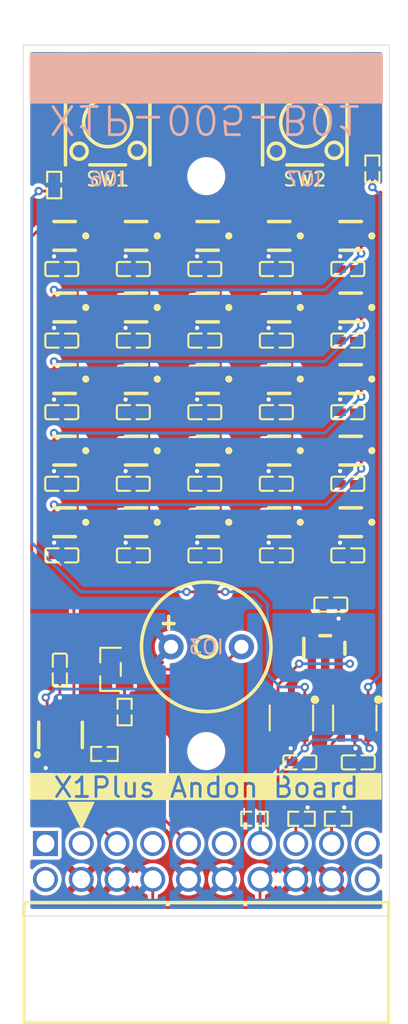
<source format=kicad_pcb>
(kicad_pcb (version 20240108) (generator "pcbnew") (generator_version "8.0")
  (layers (0 "F.Cu" signal) (31 "B.Cu" signal) (34 "B.Paste" user) (35 "F.Paste" user) (36 "B.SilkS" user "B.Silkscreen") (37 "F.SilkS" user "F.Silkscreen") (38 "B.Mask" user) (39 "F.Mask" user) (44 "Edge.Cuts" user))
  (net 0 "")
  (net 1 "5V")
  (net 2 "GND")
  (net 3 "3V3")
  (net 4 "LD6")
  (net 5 "LD7")
  (net 6 "LD1")
  (net 7 "Net-(BUZZER1--)")
  (net 9 "LD5")
  (net 10 "LD3")
  (net 11 "HD1")
  (net 12 "Net-(Q1-B)")
  (net 14 "Net-(R7-Pad2)")
  (net 15 "BTN1")
  (net 20 "Net-(R4-Pad2)")
  (net 21 "BTN2")
  (net 22 "SDA")
  (net 23 "SCL")
  (net 29 "Net-(LED1-DI)")
  (net 30 "Net-(LED2-DI)")
  (net 31 "Net-(LED3-DI)")
  (net 32 "Net-(LED4-DI)")
  (net 33 "Net-(LED5-DI)")
  (net 34 "Net-(LED6-DI)")
  (net 35 "Net-(LED7-DI)")
  (net 36 "Net-(LED8-DI)")
  (net 37 "Net-(LED10-DO)")
  (net 38 "Net-(LED10-DI)")
  (net 39 "Net-(LED11-DI)")
  (net 40 "Net-(LED12-DI)")
  (net 41 "Net-(LED13-DI)")
  (net 42 "Net-(LED14-DI)")
  (net 43 "Net-(LED15-DI)")
  (net 44 "Net-(LED16-DI)")
  (net 45 "Net-(LED17-DI)")
  (net 46 "Net-(LED18-DI)")
  (net 47 "Net-(LED19-DI)")
  (net 48 "Net-(LED20-DI)")
  (net 49 "Net-(LED21-DI)")
  (net 50 "Net-(LED22-DI)")
  (net 51 "Net-(LED23-DI)")
  (net 52 "Net-(LED24-DI)")
  (footprint "x1p-005:LED-SMD_4P-L1.6-W1.5_XL-1615RGBC-WS2812B" (layer "F.Cu") (at 68.5 88.4 180)
    (property "Reference" "LED13" (hide yes))
    (property "Value" "XL-1615RGBC-WS2812B" (hide yes))
  )
  (footprint "x1p-005:HDR-TH_20P-P2.54-H-F-R2-C10-S2.54-W10.2" (layer "F.Cu") (at 68.41 122.63)
    (property "Reference" "HDR1" (hide yes))
    (property "Value" "220R-2*10P H=8.5MM Ytype Gold-plated black" (hide yes))
  )
  (footprint "x1p-004:C0402" (layer "F.Cu") (at 78.455 100.91)
    (property "Reference" "C3" (hide yes))
    (property "Value" "0.1uf" (hide yes))
  )
  (footprint "x1p-004:C0402" (layer "F.Cu") (at 63.225 100.91)
    (property "Reference" "C6" (hide yes))
    (property "Value" "0.1uf" (hide yes))
  )
  (footprint "x1p-005:R0402" (layer "F.Cu") (at 57.6 74.63 90)
    (property "Reference" "R4" (hide yes))
    (property "Value" "330" (hide yes))
  )
  (footprint "x1p-004:C0402" (layer "F.Cu") (at 58.145 100.91)
    (property "Reference" "C7" (hide yes))
    (property "Value" "0.1uf" (hide yes))
  )
  (footprint "x1p-005:LED-SMD_4P-L1.6-W1.5_XL-1615RGBC-WS2812B" (layer "F.Cu") (at 78.66 83.32 180)
    (property "Reference" "LED16" (hide yes))
    (property "Value" "XL-1615RGBC-WS2812B" (hide yes))
  )
  (footprint "x1p-005:R0402" (layer "F.Cu") (at 80.2 73.48 90)
    (property "Reference" "R7" (hide yes))
    (property "Value" "330" (hide yes))
  )
  (footprint "x1p-005:SW-SMD_4P-L6.0-W6.0-P4.50-LS8.6" (layer "F.Cu") (at 75.4 70.2 90)
    (property "Reference" "SW2" (hide yes))
    (property "Value" "6.0*6.0*6.0" (hide yes))
  )
  (footprint "x1p-004:C0402" (layer "F.Cu") (at 68.295 95.83)
    (property "Reference" "C10" (hide yes))
    (property "Value" "0.1uf" (hide yes))
  )
  (footprint "x1p-005:C0402" (layer "F.Cu") (at 79.2 115.6)
    (property "Reference" "C14" (hide yes))
    (property "Value" "0.1uf" (hide yes))
  )
  (footprint "x1p-004:C0402" (layer "F.Cu") (at 73.375 95.83)
    (property "Reference" "C9" (hide yes))
    (property "Value" "0.1uf" (hide yes))
  )
  (footprint "x1p-005:LED-SMD_4P-L1.6-W1.5_XL-1615RGBC-WS2812B" (layer "F.Cu") (at 68.5 98.56 180)
    (property "Reference" "LED3" (hide yes))
    (property "Value" "XL-1615RGBC-WS2812B" (hide yes))
  )
  (footprint "x1p-004:C0402" (layer "F.Cu") (at 58.14 80.59)
    (property "Reference" "C29" (hide yes))
    (property "Value" "0.1uf" (hide yes))
  )
  (footprint "x1p-005:LED-SMD_4P-L1.6-W1.5_XL-1615RGBC-WS2812B" (layer "F.Cu") (at 73.58 98.56 180)
    (property "Reference" "LED2" (hide yes))
    (property "Value" "XL-1615RGBC-WS2812B" (hide yes))
  )
  (footprint "x1p-005:LED-SMD_4P-L1.6-W1.5_XL-1615RGBC-WS2812B" (layer "F.Cu") (at 58.34 78.24 180)
    (property "Reference" "LED25" (hide yes))
    (property "Value" "XL-1615RGBC-WS2812B" (hide yes))
  )
  (footprint "x1p-004:C0402" (layer "F.Cu") (at 68.3 85.67)
    (property "Reference" "C22" (hide yes))
    (property "Value" "0.1uf" (hide yes))
  )
  (footprint "x1p-004:C0402" (layer "F.Cu") (at 73.38 80.59)
    (property "Reference" "C26" (hide yes))
    (property "Value" "0.1uf" (hide yes))
  )
  (footprint "x1p-004:C0402" (layer "F.Cu") (at 58.135 95.83)
    (property "Reference" "C12" (hide yes))
    (property "Value" "0.1uf" (hide yes))
  )
  (footprint "MountingHole:MountingHole_2.2mm_M2_ISO7380" (layer "F.Cu") (at 68.4 74)
    (property "Reference" "H1" (hide yes))
    (property "Value" "MountingHole" (hide yes))
  )
  (footprint "x1p-004:C0402" (layer "F.Cu") (at 78.46 85.67)
    (property "Reference" "C20" (hide yes))
    (property "Value" "0.1uf" (hide yes))
  )
  (footprint "x1p-005:BUZ-TH_BD9.0-P5.00-D0.6-FD" (layer "F.Cu") (at 68.4 107.4)
    (property "Reference" "BUZZER1" (hide yes))
    (property "Value" "HNB09A03" (hide yes))
  )
  (footprint "x1p-004:C0402" (layer "F.Cu") (at 68.3 90.75)
    (property "Reference" "C17" (hide yes))
    (property "Value" "0.1uf" (hide yes))
  )
  (footprint "x1p-004:C0402" (layer "F.Cu") (at 78.46 90.75)
    (property "Reference" "C15" (hide yes))
    (property "Value" "0.1uf" (hide yes))
  )
  (footprint "x1p-005:LED-SMD_4P-L1.6-W1.5_XL-1615RGBC-WS2812B" (layer "F.Cu") (at 58.34 93.48 180)
    (property "Reference" "LED10" (hide yes))
    (property "Value" "XL-1615RGBC-WS2812B" (hide yes))
  )
  (footprint "x1p-005:LED-SMD_4P-L1.6-W1.5_XL-1615RGBC-WS2812B" (layer "F.Cu") (at 73.58 88.4 180)
    (property "Reference" "LED12" (hide yes))
    (property "Value" "XL-1615RGBC-WS2812B" (hide yes))
  )
  (footprint "x1p-004:C0402" (layer "F.Cu") (at 63.22 85.67)
    (property "Reference" "C23" (hide yes))
    (property "Value" "0.1uf" (hide yes))
  )
  (footprint "x1p-005:LED-SMD_4P-L1.6-W1.5_XL-1615RGBC-WS2812B" (layer "F.Cu") (at 68.5 93.48 180)
    (property "Reference" "LED8" (hide yes))
    (property "Value" "XL-1615RGBC-WS2812B" (hide yes))
  )
  (footprint "x1p-005:LED-SMD_4P-L1.6-W1.5_XL-1615RGBC-WS2812B" (layer "F.Cu") (at 68.5 83.32 180)
    (property "Reference" "LED18" (hide yes))
    (property "Value" "XL-1615RGBC-WS2812B" (hide yes))
  )
  (footprint "x1p-005:R0402" (layer "F.Cu") (at 75.17 119.6)
    (property "Reference" "R1" (hide yes))
    (property "Value" "2.2k" (hide yes))
  )
  (footprint "x1p-004:C0402" (layer "F.Cu") (at 58.14 85.67)
    (property "Reference" "C24" (hide yes))
    (property "Value" "0.1uf" (hide yes))
  )
  (footprint "x1p-005:LED-SMD_4P-L1.6-W1.5_XL-1615RGBC-WS2812B" (layer "F.Cu") (at 78.66 78.24 180)
    (property "Reference" "LED21" (hide yes))
    (property "Value" "XL-1615RGBC-WS2812B" (hide yes))
  )
  (footprint "x1p-004:C0402" (layer "F.Cu") (at 63.22 90.75)
    (property "Reference" "C18" (hide yes))
    (property "Value" "0.1uf" (hide yes))
  )
  (footprint "x1p-005:LED-SMD_4P-L1.6-W1.5_XL-1615RGBC-WS2812B" (layer "F.Cu") (at 58.34 98.56 180)
    (property "Reference" "LED5" (hide yes))
    (property "Value" "XL-1615RGBC-WS2812B" (hide yes))
  )
  (footprint "x1p-004:C0402" (layer "F.Cu") (at 73.38 90.75)
    (property "Reference" "C16" (hide yes))
    (property "Value" "0.1uf" (hide yes))
  )
  (footprint "x1p-005:LED-SMD_4P-L1.6-W1.5_XL-1615RGBC-WS2812B" (layer "F.Cu") (at 73.58 78.24 180)
    (property "Reference" "LED22" (hide yes))
    (property "Value" "XL-1615RGBC-WS2812B" (hide yes))
  )
  (footprint "x1p-005:C0402" (layer "F.Cu") (at 77.25 104.4 180)
    (property "Reference" "C1" (hide yes))
    (property "Value" "0.1uf" (hide yes))
  )
  (footprint "x1p-005:R0402" (layer "F.Cu") (at 61.17 115 180)
    (property "Reference" "R3" (hide yes))
    (property "Value" "2.2k" (hide yes))
  )
  (footprint "x1p-005:LED-SMD_4P-L1.6-W1.5_XL-1615RGBC-WS2812B" (layer "F.Cu") (at 63.42 78.24 180)
    (property "Reference" "LED24" (hide yes))
    (property "Value" "XL-1615RGBC-WS2812B" (hide yes))
  )
  (footprint "x1p-005:SW-SMD_4P-L6.0-W6.0-P4.50-LS8.6" (layer "F.Cu") (at 61.4 70.2 90)
    (property "Reference" "SW1" (hide yes))
    (property "Value" "6.0*6.0*6.0" (hide yes))
  )
  (footprint "x1p-005:LED-SMD_4P-L1.6-W1.5_XL-1615RGBC-WS2812B" (layer "F.Cu") (at 63.42 93.48 180)
    (property "Reference" "LED9" (hide yes))
    (property "Value" "XL-1615RGBC-WS2812B" (hide yes))
  )
  (footprint "x1p-005:SOT-23-6_L2.9-W1.6-P0.95-LS2.8-BL" (layer "F.Cu") (at 74.45 112.45 180)
    (property "Reference" "U4" (hide yes))
    (property "Value" "SN74LVC1G3157DBVR_C3040658" (hide yes))
  )
  (footprint "x1p-005:SOT-23-6_L2.9-W1.6-P0.95-LS2.8-BR" (layer "F.Cu") (at 58.05 113.65 -90)
    (property "Reference" "U2" (hide yes))
    (property "Value" "SN74LVC1T45DBVR" (hide yes))
  )
  (footprint "x1p-005:LED-SMD_4P-L1.6-W1.5_XL-1615RGBC-WS2812B" (layer "F.Cu") (at 63.42 88.4 180)
    (property "Reference" "LED14" (hide yes))
    (property "Value" "XL-1615RGBC-WS2812B" (hide yes))
  )
  (footprint "x1p-005:LED-SMD_4P-L1.6-W1.5_XL-1615RGBC-WS2812B" (layer "F.Cu") (at 63.42 98.56 180)
    (property "Reference" "LED4" (hide yes))
    (property "Value" "XL-1615RGBC-WS2812B" (hide yes))
  )
  (footprint "x1p-004:C0402" (layer "F.Cu") (at 63.215 95.83)
    (property "Reference" "C11" (hide yes))
    (property "Value" "0.1uf" (hide yes))
  )
  (footprint "x1p-005:R0402" (layer "F.Cu") (at 77.77 119.6)
    (property "Reference" "R2" (hide yes))
    (property "Value" "2.2k" (hide yes))
  )
  (footprint "x1p-005:SOT-23-6_L2.9-W1.6-P0.95-LS2.8-BL" (layer "F.Cu") (at 78.95 112.45 180)
    (property "Reference" "U5" (hide yes))
    (property "Value" "SN74LVC1G3157DBVR_C3040658" (hide yes))
  )
  (footprint "x1p-005:LED-SMD_4P-L1.6-W1.5_XL-1615RGBC-WS2812B" (layer "F.Cu") (at 58.34 88.4 180)
    (property "Reference" "LED15" (hide yes))
    (property "Value" "XL-1615RGBC-WS2812B" (hide yes))
  )
  (footprint "x1p-005:SOT-23-5_L2.9-W1.6-P0.95-LS2.8-BL" (layer "F.Cu") (at 76.85 107.5)
    (property "Reference" "U1" (hide yes))
    (property "Value" "AD24C02" (hide yes))
  )
  (footprint "x1p-005:LED-SMD_4P-L1.6-W1.5_XL-1615RGBC-WS2812B" (layer "F.Cu") (at 73.58 93.48 180)
    (property "Reference" "LED7" (hide yes))
    (property "Value" "XL-1615RGBC-WS2812B" (hide yes))
  )
  (footprint "x1p-004:C0402" (layer "F.Cu") (at 58 109.05 90)
    (property "Reference" "C2" (hide yes))
    (property "Value" "0.1uf" (hide yes))
  )
  (footprint "x1p-004:C0402" (layer "F.Cu") (at 78.46 80.59)
    (property "Reference" "C25" (hide yes))
    (property "Value" "0.1uf" (hide yes))
  )
  (footprint "x1p-005:LED-SMD_4P-L1.6-W1.5_XL-1615RGBC-WS2812B" (layer "F.Cu") (at 78.66 88.4 180)
    (property "Reference" "LED11" (hide yes))
    (property "Value" "XL-1615RGBC-WS2812B" (hide yes))
  )
  (footprint "x1p-005:LED-SMD_4P-L1.6-W1.5_XL-1615RGBC-WS2812B" (layer "F.Cu") (at 58.34 83.32 180)
    (property "Reference" "LED20" (hide yes))
    (property "Value" "XL-1615RGBC-WS2812B" (hide yes))
  )
  (footprint "x1p-004:C0402" (layer "F.Cu") (at 63.22 80.59)
    (property "Reference" "C28" (hide yes))
    (property "Value" "0.1uf" (hide yes))
  )
  (footprint "x1p-005:LED-SMD_4P-L1.6-W1.5_XL-1615RGBC-WS2812B" (layer "F.Cu") (at 78.66 93.48 180)
    (property "Reference" "LED6" (hide yes))
    (property "Value" "XL-1615RGBC-WS2812B" (hide yes))
  )
  (footprint "x1p-004:C0402" (layer "F.Cu") (at 58.14 90.75)
    (property "Reference" "C19" (hide yes))
    (property "Value" "0.1uf" (hide yes))
  )
  (footprint "x1p-005:R0402" (layer "F.Cu") (at 62.6 112.03 90)
    (property "Reference" "R6" (hide yes))
    (property "Value" "2.2k" (hide yes))
  )
  (footprint "x1p-005:SOT-23-3_L2.9-W1.3-P1.90-LS2.4-BR" (layer "F.Cu") (at 61.6 109)
    (property "Reference" "Q1" (hide yes))
    (property "Value" "LMBT3904LT1G" (hide yes))
  )
  (footprint "MountingHole:MountingHole_2.2mm_M2_ISO7380" (layer "F.Cu") (at 68.4 114.8)
    (property "Reference" "H2" (hide yes))
    (property "Value" "MountingHole" (hide yes))
  )
  (footprint "x1p-005:C0402" (layer "F.Cu") (at 75.05 115.6)
    (property "Reference" "C13" (hide yes))
    (property "Value" "0.1uf" (hide yes))
  )
  (footprint "x1p-005:LED-SMD_4P-L1.6-W1.5_XL-1615RGBC-WS2812B" (layer "F.Cu") (at 73.58 83.32 180)
    (property "Reference" "LED17" (hide yes))
    (property "Value" "XL-1615RGBC-WS2812B" (hide yes))
  )
  (footprint "x1p-005:R0402" (layer "F.Cu") (at 71.83 119.6)
    (property "Reference" "R5" (hide yes))
    (property "Value" "2.2k" (hide yes))
  )
  (footprint "x1p-005:LED-SMD_4P-L1.6-W1.5_XL-1615RGBC-WS2812B" (layer "F.Cu") (at 68.5 78.24 180)
    (property "Reference" "LED23" (hide yes))
    (property "Value" "XL-1615RGBC-WS2812B" (hide yes))
  )
  (footprint "x1p-004:C0402" (layer "F.Cu") (at 68.3 80.59)
    (property "Reference" "C27" (hide yes))
    (property "Value" "0.1uf" (hide yes))
  )
  (footprint "x1p-004:C0402" (layer "F.Cu") (at 68.305 100.91)
    (property "Reference" "C5" (hide yes))
    (property "Value" "0.1uf" (hide yes))
  )
  (footprint "x1p-005:LED-SMD_4P-L1.6-W1.5_XL-1615RGBC-WS2812B" (layer "F.Cu") (at 78.66 98.56 180)
    (property "Reference" "LED1" (hide yes))
    (property "Value" "XL-1615RGBC-WS2812B" (hide yes))
  )
  (footprint "x1p-005:LED-SMD_4P-L1.6-W1.5_XL-1615RGBC-WS2812B" (layer "F.Cu") (at 63.42 83.32 180)
    (property "Reference" "LED19" (hide yes))
    (property "Value" "XL-1615RGBC-WS2812B" (hide yes))
  )
  (footprint "x1p-004:C0402" (layer "F.Cu") (at 73.38 85.67)
    (property "Reference" "C21" (hide yes))
    (property "Value" "0.1uf" (hide yes))
  )
  (footprint "x1p-004:C0402" (layer "F.Cu") (at 73.385 100.91)
    (property "Reference" "C4" (hide yes))
    (property "Value" "0.1uf" (hide yes))
  )
  (footprint "x1p-004:C0402" (layer "F.Cu") (at 78.455 95.83)
    (property "Reference" "C8" (hide yes))
    (property "Value" "0.1uf" (hide yes))
  )
  (gr_rect (start 55.9 65.3) (end 80.9 68.8) (stroke (width 0.1)) (fill solid) (layer "B.SilkS"))
  (gr_rect (start 79.2 116.4) (end 80.8 118.2) (stroke (width 0.1)) (fill solid) (layer "F.SilkS"))
  (gr_poly (pts (xy 58.6 118.442288) (xy 59.54 120.262288) (xy 60.4 118.442288)) (stroke (width 0.1)) (fill solid) (layer "F.SilkS"))
  (gr_rect (start 55.9 116.4) (end 57.5 118.2) (stroke (width 0.1)) (fill solid) (layer "F.SilkS"))
  (gr_rect (start 55.4 64.7) (end 81.4 126.5) (stroke (width 0.05)) (fill none) (layer "Edge.Cuts"))
  (gr_text "X1P-005-B01" (at 57.1 68.8 180) (layer "B.SilkS") (effects (font (size 2 2) (thickness 0.2)) (justify left bottom mirror)))
  (gr_text "IO3" (at 68.4 108 -0) (layer "B.SilkS") (effects (font (size 1 1)) (justify bottom mirror)))
  (gr_text "SW1" (at 61.4 74.8 0) (layer "F.SilkS") (effects (font (size 1 1)) (justify bottom)))
  (gr_text "X1Plus Andon Board" (at 68.4 118.2 0) (layer "F.SilkS" knockout) (effects (font (size 1.4 1.4) (thickness 0.2) (bold yes)) (justify bottom)))
  (gr_text "SW2" (at 75.4 74.8 0) (layer "F.SilkS") (effects (font (size 1 1)) (justify bottom)))
  (segment (start 62.67 84.77) (end 62.67 85.67) (width 0.2) (layer "F.Cu") (net 1))
  (segment (start 77.905 94.935) (end 77.91 94.93) (width 0.2) (layer "F.Cu") (net 1))
  (segment (start 67.75 93.93) (end 67.75 95.825) (width 0.2) (layer "F.Cu") (net 1))
  (segment (start 57.59 83.77) (end 57.59 84.77) (width 0.2) (layer "F.Cu") (net 1))
  (segment (start 62.67 83.77) (end 62.67 84.77) (width 0.2) (layer "F.Cu") (net 1))
  (segment (start 67.75 83.77) (end 67.75 84.77) (width 0.2) (layer "F.Cu") (net 1))
  (segment (start 67.75 85.67) (end 67.75 84.77) (width 0.2) (layer "F.Cu") (net 1))
  (segment (start 67.75 88.85) (end 67.75 89.85) (width 0.2) (layer "F.Cu") (net 1))
  (segment (start 62.67 100.015) (end 62.675 100.01) (width 0.2) (layer "F.Cu") (net 1))
  (segment (start 62.665 94.935) (end 62.67 94.93) (width 0.2) (layer "F.Cu") (net 1))
  (segment (start 67.75 100.015) (end 67.755 100.01) (width 0.2) (layer "F.Cu") (net 1))
  (segment (start 77.91 85.67) (end 77.91 84.77) (width 0.2) (layer "F.Cu") (net 1))
  (segment (start 77.9 99.95) (end 77.9 100.95) (width 0.2) (layer "F.Cu") (net 1))
  (segment (start 72.825 94.935) (end 72.83 94.93) (width 0.2) (layer "F.Cu") (net 1))
  (segment (start 72.83 85.67) (end 72.83 84.77) (width 0.2) (layer "F.Cu") (net 1))
  (segment (start 72.83 100.005) (end 72.835 100.01) (width 0.2) (layer "F.Cu") (net 1))
  (segment (start 62.665 95.83) (end 62.665 94.935) (width 0.2) (layer "F.Cu") (net 1))
  (segment (start 57.59 100.005) (end 57.595 100.01) (width 0.2) (layer "F.Cu") (net 1))
  (segment (start 72.83 99.01) (end 72.83 100.005) (width 0.2) (layer "F.Cu") (net 1))
  (segment (start 57.59 84.77) (end 57.59 85.67) (width 0.2) (layer "F.Cu") (net 1))
  (segment (start 57.1 112.3) (end 57.1 111.1) (width 0.2) (layer "F.Cu") (net 1))
  (segment (start 67.75 100.95) (end 67.75 100.015) (width 0.2) (layer "F.Cu") (net 1))
  (segment (start 67.75 99.01) (end 67.75 100.005) (width 0.2) (layer "F.Cu") (net 1))
  (segment (start 77.91 88.85) (end 77.91 89.85) (width 0.2) (layer "F.Cu") (net 1))
  (segment (start 57.59 88.85) (end 57.59 89.85) (width 0.2) (layer "F.Cu") (net 1))
  (segment (start 67.75 80.59) (end 67.75 79.69) (width 0.2) (layer "F.Cu") (net 1))
  (segment (start 57.585 95.83) (end 57.585 94.935) (width 0.2) (layer "F.Cu") (net 1))
  (segment (start 57.59 78.69) (end 57.59 79.69) (width 0.2) (layer "F.Cu") (net 1))
  (segment (start 67.75 78.69) (end 67.75 79.69) (width 0.2) (layer "F.Cu") (net 1))
  (segment (start 77.91 78.69) (end 77.91 79.69) (width 0.2) (layer "F.Cu") (net 1))
  (segment (start 62.67 100.95) (end 62.67 100.015) (width 0.2) (layer "F.Cu") (net 1))
  (segment (start 72.83 90.75) (end 72.83 89.85) (width 0.2) (layer "F.Cu") (net 1))
  (segment (start 62.67 88.85) (end 62.67 89.85) (width 0.2) (layer "F.Cu") (net 1))
  (segment (start 72.83 88.85) (end 72.83 89.85) (width 0.2) (layer "F.Cu") (net 1))
  (segment (start 62.67 78.69) (end 62.67 79.69) (width 0.2) (layer "F.Cu") (net 1))
  (segment (start 67.75 100.005) (end 67.755 100.01) (width 0.2) (layer "F.Cu") (net 1))
  (segment (start 72.825 95.83) (end 72.825 94.935) (width 0.2) (layer "F.Cu") (net 1))
  (segment (start 72.83 93.93) (end 72.83 94.93) (width 0.2) (layer "F.Cu") (net 1))
  (segment (start 77.91 83.77) (end 77.91 84.77) (width 0.2) (layer "F.Cu") (net 1))
  (segment (start 62.67 99.01) (end 62.67 100.005) (width 0.2) (layer "F.Cu") (net 1))
  (segment (start 77.91 80.59) (end 77.91 79.69) (width 0.2) (layer "F.Cu") (net 1))
  (segment (start 62.67 80.59) (end 62.67 79.69) (width 0.2) (layer "F.Cu") (net 1))
  (segment (start 77.91 90.75) (end 77.91 89.85) (width 0.2) (layer "F.Cu") (net 1))
  (segment (start 72.83 100.95) (end 72.83 100.015) (width 0.2) (layer "F.Cu") (net 1))
  (segment (start 62.67 89.85) (end 62.67 90.75) (width 0.2) (layer "F.Cu") (net 1))
  (segment (start 62.67 93.93) (end 62.67 94.93) (width 0.2) (layer "F.Cu") (net 1))
  (segment (start 57.1 111.1) (end 57 111) (width 0.2) (layer "F.Cu") (net 1))
  (segment (start 72.83 78.69) (end 72.83 79.69) (width 0.2) (layer "F.Cu") (net 1))
  (segment (start 77.905 100.015) (end 77.915 100.005) (width 0.2) (layer "F.Cu") (net 1))
  (segment (start 77.91 93.93) (end 77.91 94.93) (width 0.2) (layer "F.Cu") (net 1))
  (segment (start 77.905 95.83) (end 77.905 94.935) (width 0.2) (layer "F.Cu") (net 1))
  (segment (start 57.59 93.93) (end 57.59 94.93) (width 0.2) (layer "F.Cu") (net 1))
  (segment (start 57.59 100.015) (end 57.595 100.01) (width 0.2) (layer "F.Cu") (net 1))
  (segment (start 57.585 94.935) (end 57.59 94.93) (width 0.2) (layer "F.Cu") (net 1))
  (segment (start 57.59 100.95) (end 57.59 100.015) (width 0.2) (layer "F.Cu") (net 1))
  (segment (start 72.83 83.77) (end 72.83 84.77) (width 0.2) (layer "F.Cu") (net 1))
  (segment (start 72.83 80.59) (end 72.83 79.69) (width 0.2) (layer "F.Cu") (net 1))
  (segment (start 62.67 100.005) (end 62.675 100.01) (width 0.2) (layer "F.Cu") (net 1))
  (segment (start 67.75 90.75) (end 67.75 89.85) (width 0.2) (layer "F.Cu") (net 1))
  (segment (start 57.59 99.01) (end 57.59 100.005) (width 0.2) (layer "F.Cu") (net 1))
  (segment (start 67.75 95.825) (end 67.745 95.83) (width 0.2) (layer "F.Cu") (net 1))
  (segment (start 72.83 100.015) (end 72.835 100.01) (width 0.2) (layer "F.Cu") (net 1))
  (segment (start 57.59 80.59) (end 57.59 79.69) (width 0.2) (layer "F.Cu") (net 1))
  (segment (start 77.91 99.94) (end 77.91 99.01) (width 0.2) (layer "F.Cu") (net 1))
  (segment (start 57.59 90.75) (end 57.59 89.85) (width 0.2) (layer "F.Cu") (net 1))
  (via (at 62.67 79.69) (size 0.6) (drill 0.3) (layers "F.Cu" "B.Cu") (net 1))
  (via (at 77.91 79.69) (size 0.6) (drill 0.3) (layers "F.Cu" "B.Cu") (net 1))
  (via (at 77.91 84.77) (size 0.6) (drill 0.3) (layers "F.Cu" "B.Cu") (net 1))
  (via (at 67.755 100.01) (size 0.6) (drill 0.3) (layers "F.Cu" "B.Cu") (net 1))
  (via (at 57.59 79.69) (size 0.6) (drill 0.3) (layers "F.Cu" "B.Cu") (net 1))
  (via (at 57.59 94.93) (size 0.6) (drill 0.3) (layers "F.Cu" "B.Cu") (net 1))
  (via (at 62.675 100.01) (size 0.6) (drill 0.3) (layers "F.Cu" "B.Cu") (net 1))
  (via (at 57.59 84.77) (size 0.6) (drill 0.3) (layers "F.Cu" "B.Cu") (net 1))
  (via (at 62.67 94.93) (size 0.6) (drill 0.3) (layers "F.Cu" "B.Cu") (net 1))
  (via (at 72.83 94.93) (size 0.6) (drill 0.3) (layers "F.Cu" "B.Cu") (net 1))
  (via (at 72.835 100.01) (size 0.6) (drill 0.3) (layers "F.Cu" "B.Cu") (net 1))
  (via (at 67.75 84.77) (size 0.6) (drill 0.3) (layers "F.Cu" "B.Cu") (net 1))
  (via (at 67.75 94.93) (size 0.6) (drill 0.3) (layers "F.Cu" "B.Cu") (net 1))
  (via (at 72.83 79.69) (size 0.6) (drill 0.3) (layers "F.Cu" "B.Cu") (net 1))
  (via (at 72.83 84.77) (size 0.6) (drill 0.3) (layers "F.Cu" "B.Cu") (net 1))
  (via (at 62.67 89.85) (size 0.6) (drill 0.3) (layers "F.Cu" "B.Cu") (net 1))
  (via (at 72.83 89.85) (size 0.6) (drill 0.3) (layers "F.Cu" "B.Cu") (net 1))
  (via (at 57.595 100.01) (size 0.6) (drill 0.3) (layers "F.Cu" "B.Cu") (net 1))
  (via (at 62.67 84.77) (size 0.6) (drill 0.3) (layers "F.Cu" "B.Cu") (net 1))
  (via (at 77.91 89.85) (size 0.6) (drill 0.3) (layers "F.Cu" "B.Cu") (net 1))
  (via (at 77.905 100.01) (size 0.6) (drill 0.3) (layers "F.Cu" "B.Cu") (net 1))
  (via (at 67.75 89.85) (size 0.6) (drill 0.3) (layers "F.Cu" "B.Cu") (net 1))
  (via (at 57 111) (size 0.6) (drill 0.3) (layers "F.Cu" "B.Cu") (net 1))
  (via (at 77.91 94.93) (size 0.6) (drill 0.3) (layers "F.Cu" "B.Cu") (net 1))
  (via (at 57.59 89.85) (size 0.6) (drill 0.3) (layers "F.Cu" "B.Cu") (net 1))
  (via (at 67.75 79.69) (size 0.6) (drill 0.3) (layers "F.Cu" "B.Cu") (net 1))
  (segment (start 57.6 110.4) (end 65.8 110.4) (width 0.2) (layer "B.Cu") (net 1))
  (segment (start 57 111) (end 57.6 110.4) (width 0.2) (layer "B.Cu") (net 1))
  (segment (start 65.8 110.4) (end 65.9 110.4) (width 0.2) (layer "B.Cu") (net 1))
  (segment (start 65.8 110.4) (end 67.3 110.4) (width 0.2) (layer "B.Cu") (net 1))
  (segment (start 72.1 125.9) (end 72.22 125.78) (width 0.2) (layer "F.Cu") (net 3))
  (segment (start 79 114.6) (end 78.95 114.55) (width 0.2) (layer "F.Cu") (net 3))
  (segment (start 78.9 114.6) (end 78.65 114.85) (width 0.2) (layer "F.Cu") (net 3))
  (segment (start 64.6 125.75) (end 64.75 125.9) (width 0.2) (layer "F.Cu") (net 3))
  (segment (start 58.05 111.05) (end 58 111) (width 0.2) (layer "F.Cu") (net 3))
  (segment (start 57 116) (end 57 115.1) (width 0.2) (layer "F.Cu") (net 3))
  (segment (start 74.5 114.7) (end 74.4 114.6) (width 0.2) (layer "F.Cu") (net 3))
  (segment (start 77.9 104.6) (end 77.7 104.4) (width 0.2) (layer "F.Cu") (net 3))
  (segment (start 74.5 115.6) (end 74.5 114.7) (width 0.2) (layer "F.Cu") (net 3))
  (segment (start 78.65 114.85) (end 78.65 115.6) (width 0.2) (layer "F.Cu") (net 3))
  (segment (start 58.05 112.3) (end 58.05 111.05) (width 0.2) (layer "F.Cu") (net 3))
  (segment (start 58 111) (end 58 109.6) (width 0.2) (layer "F.Cu") (net 3))
  (segment (start 72.22 125.78) (end 72.22 123.9) (width 0.2) (layer "F.Cu") (net 3))
  (segment (start 78.2 119.6) (end 78.2 118.8) (width 0.2) (layer "F.Cu") (net 3))
  (segment (start 74.4 114.6) (end 74.4 113.65) (width 0.2) (layer "F.Cu") (net 3))
  (segment (start 79 114.6) (end 78.9 114.6) (width 0.2) (layer "F.Cu") (net 3))
  (segment (start 57 115.1) (end 57.1 115) (width 0.2) (layer "F.Cu") (net 3))
  (segment (start 74.4 113.65) (end 74.45 113.6) (width 0.2) (layer "F.Cu") (net 3))
  (segment (start 77.8 105.5) (end 77.9 105.4) (width 0.2) (layer "F.Cu") (net 3))
  (segment (start 78.95 114.55) (end 78.95 113.6) (width 0.2) (layer "F.Cu") (net 3))
  (segment (start 75.4 119) (end 75.6 118.8) (width 0.2) (layer "F.Cu") (net 3))
  (segment (start 64.75 125.9) (end 72.1 125.9) (width 0.2) (layer "F.Cu") (net 3))
  (segment (start 75.6 119.6) (end 75.6 118.8) (width 0.2) (layer "F.Cu") (net 3))
  (segment (start 77.8 106.4) (end 77.8 105.5) (width 0.2) (layer "F.Cu") (net 3))
  (segment (start 77.8 105.4) (end 77.8 104.6) (width 0.2) (layer "F.Cu") (net 3))
  (segment (start 64.6 123.9) (end 64.6 125.75) (width 0.2) (layer "F.Cu") (net 3))
  (via (at 79 114.6) (size 0.6) (drill 0.3) (layers "F.Cu" "B.Cu") (net 3))
  (via (at 57 116) (size 0.6) (drill 0.3) (layers "F.Cu" "B.Cu") (net 3))
  (via (at 74.4 114.6) (size 0.6) (drill 0.3) (layers "F.Cu" "B.Cu") (net 3))
  (via (at 77.8 105.4) (size 0.6) (drill 0.3) (layers "F.Cu" "B.Cu") (net 3))
  (via (at 75.6 118.8) (size 0.6) (drill 0.3) (layers "F.Cu" "B.Cu") (net 3))
  (via (at 78.2 118.8) (size 0.6) (drill 0.3) (layers "F.Cu" "B.Cu") (net 3))
  (via (at 58 111) (size 0.6) (drill 0.3) (layers "F.Cu" "B.Cu") (net 3))
  (segment (start 74.74 119.6) (end 73.5 118.36) (width 0.2) (layer "F.Cu") (net 4))
  (segment (start 74.76 119.82) (end 74.54 119.6) (width 0.2) (layer "F.Cu") (net 4))
  (segment (start 73.5 118.36) (end 73.5 113.6) (width 0.2) (layer "F.Cu") (net 4))
  (segment (start 74.76 121.36) (end 74.76 119.82) (width 0.2) (layer "F.Cu") (net 4))
  (segment (start 77.34 119.6) (end 77.34 114.26) (width 0.2) (layer "F.Cu") (net 5))
  (segment (start 77.34 114.26) (end 78 113.6) (width 0.2) (layer "F.Cu") (net 5))
  (segment (start 77.3 121.36) (end 77.3 119.64) (width 0.2) (layer "F.Cu") (net 5))
  (segment (start 77.3 119.64) (end 77.34 119.6) (width 0.2) (layer "F.Cu") (net 5))
  (segment (start 62.06 121.36) (end 60.74 120.04) (width 0.2) (layer "F.Cu") (net 6))
  (segment (start 60.74 115) (end 59 115) (width 0.2) (layer "F.Cu") (net 6))
  (segment (start 60.74 120.04) (end 60.74 115) (width 0.2) (layer "F.Cu") (net 6))
  (segment (start 69.3 109) (end 70.9 107.4) (width 0.2) (layer "F.Cu") (net 7))
  (segment (start 60.6 109) (end 69.3 109) (width 0.2) (layer "F.Cu") (net 7))
  (segment (start 79.9 113.6) (end 79.9 114.5) (width 0.2) (layer "F.Cu") (net 9))
  (segment (start 72.26 121.32) (end 72.22 121.36) (width 0.2) (layer "F.Cu") (net 9))
  (segment (start 75.4 113.6) (end 75.4 114.6) (width 0.2) (layer "F.Cu") (net 9))
  (segment (start 72.26 119.6) (end 72.26 121.32) (width 0.2) (layer "F.Cu") (net 9))
  (segment (start 79.9 114.5) (end 80 114.6) (width 0.2) (layer "F.Cu") (net 9))
  (via (at 75.4 114.6) (size 0.6) (drill 0.3) (layers "F.Cu" "B.Cu") (net 9))
  (via (at 80 114.6) (size 0.6) (drill 0.3) (layers "F.Cu" "B.Cu") (net 9))
  (segment (start 79.4 114) (end 80 114.6) (width 0.2) (layer "B.Cu") (net 9))
  (segment (start 76 114) (end 79.4 114) (width 0.2) (layer "B.Cu") (net 9))
  (segment (start 72.22 117.78) (end 75.4 114.6) (width 0.2) (layer "B.Cu") (net 9))
  (segment (start 72.22 121.36) (end 72.22 117.78) (width 0.2) (layer "B.Cu") (net 9))
  (segment (start 75.4 114.6) (end 76 114) (width 0.2) (layer "B.Cu") (net 9))
  (segment (start 65.4 119.62) (end 65.4 114) (width 0.2) (layer "F.Cu") (net 10))
  (segment (start 65.4 114) (end 63.86 112.46) (width 0.2) (layer "F.Cu") (net 10))
  (segment (start 63.86 112.46) (end 62.6 112.46) (width 0.2) (layer "F.Cu") (net 10))
  (segment (start 67.14 121.36) (end 65.4 119.62) (width 0.2) (layer "F.Cu") (net 10))
  (segment (start 56.505 77.79) (end 57.59 77.79) (width 0.2) (layer "F.Cu") (net 11))
  (segment (start 59 112.3) (end 59 104.5) (width 0.2) (layer "F.Cu") (net 11))
  (segment (start 59 104.5) (end 56 101.5) (width 0.2) (layer "F.Cu") (net 11))
  (segment (start 56 101.5) (end 56 78.295) (width 0.2) (layer "F.Cu") (net 11))
  (segment (start 56 78.295) (end 56.505 77.79) (width 0.2) (layer "F.Cu") (net 11))
  (segment (start 62.6 111.6) (end 62.6 109.95) (width 0.2) (layer "F.Cu") (net 12))
  (segment (start 73.15 74.2) (end 74.75 72.6) (width 0.2) (layer "F.Cu") (net 14))
  (segment (start 78.85 72.6) (end 79.3 73.05) (width 0.2) (layer "F.Cu") (net 14))
  (segment (start 79.3 73.05) (end 80.2 73.05) (width 0.2) (layer "F.Cu") (net 14))
  (segment (start 74.75 72.6) (end 78.85 72.6) (width 0.2) (layer "F.Cu") (net 14))
  (segment (start 57.6 75.06) (end 56.5 75.06) (width 0.2) (layer "F.Cu") (net 15))
  (segment (start 69.75 103.5) (end 67 103.5) (width 0.2) (layer "F.Cu") (net 15))
  (segment (start 75.4 111.3) (end 75.4 110.25) (width 0.2) (layer "F.Cu") (net 15))
  (via (at 69.75 103.5) (size 0.6) (drill 0.3) (layers "F.Cu" "B.Cu") (net 15))
  (via (at 56.5 75.06) (size 0.6) (drill 0.3) (layers "F.Cu" "B.Cu") (net 15))
  (via (at 67 103.5) (size 0.6) (drill 0.3) (layers "F.Cu" "B.Cu") (net 15))
  (via (at 75.4 110.25) (size 0.6) (drill 0.3) (layers "F.Cu" "B.Cu") (net 15))
  (segment (start 59.5 103.5) (end 56 100) (width 0.2) (layer "B.Cu") (net 15))
  (segment (start 56 75.56) (end 56.5 75.06) (width 0.2) (layer "B.Cu") (net 15))
  (segment (start 67 103.5) (end 59.5 103.5) (width 0.2) (layer "B.Cu") (net 15))
  (segment (start 56 100) (end 56 75.56) (width 0.2) (layer "B.Cu") (net 15))
  (segment (start 73.65 110.25) (end 75.4 110.25) (width 0.2) (layer "B.Cu") (net 15))
  (segment (start 69.75 103.5) (end 71.9 103.5) (width 0.2) (layer "B.Cu") (net 15))
  (segment (start 71.9 103.5) (end 72.75 104.35) (width 0.2) (layer "B.Cu") (net 15))
  (segment (start 72.75 109.35) (end 73.65 110.25) (width 0.2) (layer "B.Cu") (net 15))
  (segment (start 72.75 104.35) (end 72.75 109.35) (width 0.2) (layer "B.Cu") (net 15))
  (segment (start 57.66 74.2) (end 57.6 74.14) (width 0.2) (layer "F.Cu") (net 20))
  (segment (start 59.15 74.2) (end 57.66 74.2) (width 0.2) (layer "F.Cu") (net 20))
  (segment (start 80.2 73.91) (end 80.2 74.78) (width 0.2) (layer "F.Cu") (net 21))
  (segment (start 79.9 111.3) (end 79.9 110.25) (width 0.2) (layer "F.Cu") (net 21))
  (via (at 80.2 74.78) (size 0.6) (drill 0.3) (layers "F.Cu" "B.Cu") (net 21))
  (via (at 79.9 110.25) (size 0.6) (drill 0.3) (layers "F.Cu" "B.Cu") (net 21))
  (segment (start 79.9 110.25) (end 80.75 109.4) (width 0.2) (layer "B.Cu") (net 21))
  (segment (start 80.75 109.4) (end 80.75 75.33) (width 0.2) (layer "B.Cu") (net 21))
  (segment (start 80.75 75.33) (end 80.2 74.78) (width 0.2) (layer "B.Cu") (net 21))
  (segment (start 73.5 110.1) (end 75 108.6) (width 0.2) (layer "F.Cu") (net 22))
  (segment (start 77.8 108.6) (end 78.6 108.6) (width 0.2) (layer "F.Cu") (net 22))
  (segment (start 73.5 111.3) (end 73.5 110.1) (width 0.2) (layer "F.Cu") (net 22))
  (via (at 78.6 108.6) (size 0.6) (drill 0.3) (layers "F.Cu" "B.Cu") (net 22))
  (via (at 75 108.6) (size 0.6) (drill 0.3) (layers "F.Cu" "B.Cu") (net 22))
  (segment (start 78.6 108.6) (end 75 108.6) (width 0.2) (layer "B.Cu") (net 22))
  (segment (start 75.9 109.4) (end 75.9 108.6) (width 0.2) (layer "F.Cu") (net 23))
  (segment (start 77.8 111.3) (end 75.9 109.4) (width 0.2) (layer "F.Cu") (net 23))
  (segment (start 78 111.3) (end 77.8 111.3) (width 0.2) (layer "F.Cu") (net 23))
  (segment (start 75.8225 99.01) (end 74.33 99.01) (width 0.2) (layer "F.Cu") (net 29))
  (segment (start 76.7225 98.11) (end 75.8225 99.01) (width 0.2) (layer "F.Cu") (net 29))
  (segment (start 77.91 98.11) (end 76.7225 98.11) (width 0.2) (layer "F.Cu") (net 29))
  (segment (start 70.69 99.01) (end 69.25 99.01) (width 0.2) (layer "F.Cu") (net 30))
  (segment (start 72.83 98.11) (end 71.59 98.11) (width 0.2) (layer "F.Cu") (net 30))
  (segment (start 71.59 98.11) (end 70.69 99.01) (width 0.2) (layer "F.Cu") (net 30))
  (segment (start 65.5425 99.01) (end 64.17 99.01) (width 0.2) (layer "F.Cu") (net 31))
  (segment (start 67.75 98.11) (end 66.4425 98.11) (width 0.2) (layer "F.Cu") (net 31))
  (segment (start 66.4425 98.11) (end 65.5425 99.01) (width 0.2) (layer "F.Cu") (net 31))
  (segment (start 62.67 98.11) (end 61.39 98.11) (width 0.2) (layer "F.Cu") (net 32))
  (segment (start 61.39 98.11) (end 60.49 99.01) (width 0.2) (layer "F.Cu") (net 32))
  (segment (start 60.49 99.01) (end 59.09 99.01) (width 0.2) (layer "F.Cu") (net 32))
  (segment (start 57.59 98.11) (end 57.59 97.35) (width 0.2) (layer "F.Cu") (net 33))
  (segment (start 79.41 94.71) (end 79.45 94.75) (width 0.2) (layer "F.Cu") (net 33))
  (segment (start 79.41 93.93) (end 79.41 94.71) (width 0.2) (layer "F.Cu") (net 33))
  (via (at 57.59 97.31) (size 0.6) (drill 0.3) (layers "F.Cu" "B.Cu") (net 33))
  (via (at 79.41 94.75) (size 0.6) (drill 0.3) (layers "F.Cu" "B.Cu") (net 33))
  (segment (start 76.89 97.31) (end 79.45 94.75) (width 0.2) (layer "B.Cu") (net 33))
  (segment (start 57.59 97.31) (end 76.89 97.31) (width 0.2) (layer "B.Cu") (net 33))
  (segment (start 57.59 97.35) (end 57.59 97.31) (width 0.2) (layer "B.Cu") (net 33))
  (segment (start 75.85625 94) (end 74.36375 94) (width 0.2) (layer "F.Cu") (net 34))
  (segment (start 77.94375 93.1) (end 76.75625 93.1) (width 0.2) (layer "F.Cu") (net 34))
  (segment (start 76.75625 93.1) (end 75.85625 94) (width 0.2) (layer "F.Cu") (net 34))
  (segment (start 70.72375 94) (end 69.28375 94) (width 0.2) (layer "F.Cu") (net 35))
  (segment (start 71.62375 93.1) (end 70.72375 94) (width 0.2) (layer "F.Cu") (net 35))
  (segment (start 72.86375 93.1) (end 71.62375 93.1) (width 0.2) (layer "F.Cu") (net 35))
  (segment (start 66.47625 93.1) (end 65.57625 94) (width 0.2) (layer "F.Cu") (net 36))
  (segment (start 67.78375 93.1) (end 66.47625 93.1) (width 0.2) (layer "F.Cu") (net 36))
  (segment (start 65.57625 94) (end 64.20375 94) (width 0.2) (layer "F.Cu") (net 36))
  (segment (start 62.70375 93.1) (end 61.42375 93.1) (width 0.2) (layer "F.Cu") (net 37))
  (segment (start 60.52375 94) (end 59.12375 94) (width 0.2) (layer "F.Cu") (net 37))
  (segment (start 61.42375 93.1) (end 60.52375 94) (width 0.2) (layer "F.Cu") (net 37))
  (segment (start 79.41 88.85) (end 79.41 89.65) (width 0.2) (layer "F.Cu") (net 38))
  (segment (start 57.59 93.03) (end 57.59 92.23) (width 0.2) (layer "F.Cu") (net 38))
  (via (at 57.59 92.23) (size 0.6) (drill 0.3) (layers "F.Cu" "B.Cu") (net 38))
  (via (at 79.41 89.65) (size 0.6) (drill 0.3) (layers "F.Cu" "B.Cu") (net 38))
  (segment (start 76.83 92.23) (end 79.41 89.65) (width 0.2) (layer "B.Cu") (net 38))
  (segment (start 57.59 92.23) (end 76.83 92.23) (width 0.2) (layer "B.Cu") (net 38))
  (segment (start 75.85625 88.85) (end 74.36375 88.85) (width 0.2) (layer "F.Cu") (net 39))
  (segment (start 76.75625 87.95) (end 75.85625 88.85) (width 0.2) (layer "F.Cu") (net 39))
  (segment (start 77.94375 87.95) (end 76.75625 87.95) (width 0.2) (layer "F.Cu") (net 39))
  (segment (start 70.72375 88.85) (end 69.28375 88.85) (width 0.2) (layer "F.Cu") (net 40))
  (segment (start 71.62375 87.95) (end 70.72375 88.85) (width 0.2) (layer "F.Cu") (net 40))
  (segment (start 72.86375 87.95) (end 71.62375 87.95) (width 0.2) (layer "F.Cu") (net 40))
  (segment (start 65.57625 88.85) (end 64.20375 88.85) (width 0.2) (layer "F.Cu") (net 41))
  (segment (start 67.78375 87.95) (end 66.47625 87.95) (width 0.2) (layer "F.Cu") (net 41))
  (segment (start 66.47625 87.95) (end 65.57625 88.85) (width 0.2) (layer "F.Cu") (net 41))
  (segment (start 60.52375 88.85) (end 59.12375 88.85) (width 0.2) (layer "F.Cu") (net 42))
  (segment (start 61.42375 87.95) (end 60.52375 88.85) (width 0.2) (layer "F.Cu") (net 42))
  (segment (start 62.70375 87.95) (end 61.42375 87.95) (width 0.2) (layer "F.Cu") (net 42))
  (segment (start 79.41 83.77) (end 79.41 84.57) (width 0.2) (layer "F.Cu") (net 43))
  (segment (start 57.59 87.15) (end 57.59 87.95) (width 0.2) (layer "F.Cu") (net 43))
  (via (at 57.59 87.15) (size 0.6) (drill 0.3) (layers "F.Cu" "B.Cu") (net 43))
  (via (at 79.41 84.57) (size 0.6) (drill 0.3) (layers "F.Cu" "B.Cu") (net 43))
  (segment (start 76.83 87.15) (end 79.41 84.57) (width 0.2) (layer "B.Cu") (net 43))
  (segment (start 57.59 87.15) (end 76.83 87.15) (width 0.2) (layer "B.Cu") (net 43))
  (segment (start 75.85625 83.85) (end 74.36375 83.85) (width 0.2) (layer "F.Cu") (net 44))
  (segment (start 77.94375 82.95) (end 76.75625 82.95) (width 0.2) (layer "F.Cu") (net 44))
  (segment (start 76.75625 82.95) (end 75.85625 83.85) (width 0.2) (layer "F.Cu") (net 44))
  (segment (start 70.72375 83.85) (end 69.28375 83.85) (width 0.2) (layer "F.Cu") (net 45))
  (segment (start 71.62375 82.95) (end 70.72375 83.85) (width 0.2) (layer "F.Cu") (net 45))
  (segment (start 72.86375 82.95) (end 71.62375 82.95) (width 0.2) (layer "F.Cu") (net 45))
  (segment (start 65.57625 83.85) (end 64.20375 83.85) (width 0.2) (layer "F.Cu") (net 46))
  (segment (start 67.78375 82.95) (end 66.47625 82.95) (width 0.2) (layer "F.Cu") (net 46))
  (segment (start 66.47625 82.95) (end 65.57625 83.85) (width 0.2) (layer "F.Cu") (net 46))
  (segment (start 62.70375 82.95) (end 61.42375 82.95) (width 0.2) (layer "F.Cu") (net 47))
  (segment (start 61.42375 82.95) (end 60.52375 83.85) (width 0.2) (layer "F.Cu") (net 47))
  (segment (start 60.52375 83.85) (end 59.12375 83.85) (width 0.2) (layer "F.Cu") (net 47))
  (segment (start 57.59 82.07) (end 57.59 82.87) (width 0.2) (layer "F.Cu") (net 48))
  (segment (start 79.41 78.69) (end 79.41 79.49) (width 0.2) (layer "F.Cu") (net 48))
  (via (at 57.59 82.07) (size 0.6) (drill 0.3) (layers "F.Cu" "B.Cu") (net 48))
  (via (at 79.41 79.49) (size 0.6) (drill 0.3) (layers "F.Cu" "B.Cu") (net 48))
  (segment (start 57.59 82.07) (end 76.83 82.07) (width 0.2) (layer "B.Cu") (net 48))
  (segment (start 76.83 82.07) (end 79.41 79.49) (width 0.2) (layer "B.Cu") (net 48))
  (segment (start 77.94375 77.75) (end 76.75625 77.75) (width 0.2) (layer "F.Cu") (net 49))
  (segment (start 76.75625 77.75) (end 75.85625 78.65) (width 0.2) (layer "F.Cu") (net 49))
  (segment (start 75.85625 78.65) (end 74.36375 78.65) (width 0.2) (layer "F.Cu") (net 49))
  (segment (start 72.86375 77.75) (end 71.62375 77.75) (width 0.2) (layer "F.Cu") (net 50))
  (segment (start 71.62375 77.75) (end 70.72375 78.65) (width 0.2) (layer "F.Cu") (net 50))
  (segment (start 70.72375 78.65) (end 69.28375 78.65) (width 0.2) (layer "F.Cu") (net 50))
  (segment (start 65.57625 78.65) (end 64.20375 78.65) (width 0.2) (layer "F.Cu") (net 51))
  (segment (start 66.47625 77.75) (end 65.57625 78.65) (width 0.2) (layer "F.Cu") (net 51))
  (segment (start 67.78375 77.75) (end 66.47625 77.75) (width 0.2) (layer "F.Cu") (net 51))
  (segment (start 60.52375 78.65) (end 59.12375 78.65) (width 0.2) (layer "F.Cu") (net 52))
  (segment (start 61.42375 77.75) (end 60.52375 78.65) (width 0.2) (layer "F.Cu") (net 52))
  (segment (start 62.70375 77.75) (end 61.42375 77.75) (width 0.2) (layer "F.Cu") (net 52))
  (zone (net 2) (net_name "GND") (layer "F.Cu") (priority 2) (connect_pads (clearance 0.254)) (min_thickness 0.25) (fill yes (thermal_gap 0.5) (thermal_bridge_width 0.5))
    (polygon (pts (xy 53.75 61.5) (xy 82.75 61.5) (xy 82.5 127.25) (xy 53.75 127.25)))
  )
  (zone (net 3) (net_name "3V3") (layer "B.Cu") (priority 1) (connect_pads (clearance 0.254)) (min_thickness 0.25) (fill yes (thermal_gap 0.5) (thermal_bridge_width 0.5))
    (polygon (pts (xy 54.5 126.75) (xy 82 126.75) (xy 82 105) (xy 54.5 105)))
  )
  (zone (net 1) (net_name "5V") (layer "B.Cu") (connect_pads (clearance 0.254)) (min_thickness 0.25) (fill yes (thermal_gap 0.5) (thermal_bridge_width 0.5))
    (polygon (pts (xy 54.25 62.25) (xy 82.25 62.25) (xy 82.25 105) (xy 54.25 105)))
  )
  (zone (net 1) (net_name "5V") (layer "B.Cu") (priority 1) (connect_pads thru_hole_only (clearance 0.254)) (min_thickness 0.25) (fill yes (thermal_gap 0.5) (thermal_bridge_width 0.5))
    (polygon (pts (xy 65.8 126.75) (xy 71.05 126.75) (xy 71.05 101) (xy 65.8 101)))
  )
)
</source>
